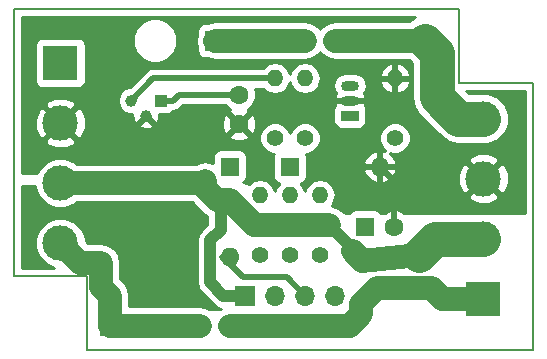
<source format=gbl>
G04 #@! TF.FileFunction,Copper,L2,Bot,Signal*
%FSLAX46Y46*%
G04 Gerber Fmt 4.6, Leading zero omitted, Abs format (unit mm)*
G04 Created by KiCad (PCBNEW 4.0.7) date 08/08/18 22:55:19*
%MOMM*%
%LPD*%
G01*
G04 APERTURE LIST*
%ADD10C,0.100000*%
%ADD11C,0.150000*%
%ADD12R,1.600000X1.600000*%
%ADD13C,1.600000*%
%ADD14C,1.000000*%
%ADD15R,1.000000X1.000000*%
%ADD16C,3.000000*%
%ADD17R,3.000000X3.000000*%
%ADD18O,1.600000X1.600000*%
%ADD19O,1.500000X0.900000*%
%ADD20R,1.500000X0.900000*%
%ADD21R,1.700000X1.700000*%
%ADD22O,1.700000X1.700000*%
%ADD23C,1.400000*%
%ADD24O,1.400000X1.400000*%
%ADD25C,2.000000*%
%ADD26C,0.500000*%
%ADD27C,3.000000*%
%ADD28C,1.000000*%
%ADD29C,0.254000*%
G04 APERTURE END LIST*
D10*
D11*
X140462000Y-106299000D02*
X140462000Y-83693000D01*
X146685000Y-106299000D02*
X140462000Y-106299000D01*
X146685000Y-112522000D02*
X146685000Y-106299000D01*
X184404000Y-112522000D02*
X146685000Y-112522000D01*
X184404000Y-89916000D02*
X184404000Y-112522000D01*
X178181000Y-89916000D02*
X184404000Y-89916000D01*
X178181000Y-83693000D02*
X178181000Y-89916000D01*
X140462000Y-83693000D02*
X178181000Y-83693000D01*
D12*
X170180000Y-102108000D03*
D13*
X172680000Y-102108000D03*
D14*
X151638000Y-92710000D03*
X150368000Y-91440000D03*
D15*
X152908000Y-91440000D03*
D16*
X144399000Y-93345000D03*
X144399000Y-98425000D03*
D17*
X144399000Y-88265000D03*
D16*
X144399000Y-103505000D03*
D13*
X159512000Y-90932000D03*
X159512000Y-93432000D03*
D12*
X163830000Y-97028000D03*
D18*
X171450000Y-97028000D03*
D12*
X158750000Y-97028000D03*
D18*
X158750000Y-104648000D03*
D16*
X180213000Y-103124000D03*
X180213000Y-98044000D03*
D17*
X180213000Y-108204000D03*
D16*
X180213000Y-92964000D03*
D19*
X168910000Y-91440000D03*
X168910000Y-90170000D03*
D20*
X168910000Y-92710000D03*
D21*
X157480000Y-86360000D03*
D22*
X160020000Y-86360000D03*
X162560000Y-86360000D03*
X165100000Y-86360000D03*
X167640000Y-86360000D03*
X170180000Y-86360000D03*
X172720000Y-86360000D03*
X175260000Y-86360000D03*
D21*
X148590000Y-110490000D03*
D22*
X151130000Y-110490000D03*
X153670000Y-110490000D03*
X156210000Y-110490000D03*
X158750000Y-110490000D03*
X161290000Y-110490000D03*
X163830000Y-110490000D03*
X166370000Y-110490000D03*
D21*
X160020000Y-107950000D03*
D22*
X162560000Y-107950000D03*
X165100000Y-107950000D03*
X167640000Y-107950000D03*
D23*
X166370000Y-104521000D03*
D24*
X166370000Y-99441000D03*
D23*
X172720000Y-94615000D03*
D24*
X172720000Y-89535000D03*
D23*
X163830000Y-104521000D03*
D24*
X163830000Y-99441000D03*
D23*
X165100000Y-94615000D03*
D24*
X165100000Y-89535000D03*
D23*
X161290000Y-104521000D03*
D24*
X161290000Y-99441000D03*
D23*
X162560000Y-94615000D03*
D24*
X162560000Y-89535000D03*
D14*
X152654000Y-104190800D03*
X152654000Y-100609400D03*
X154330400Y-102412800D03*
X151003000Y-102438200D03*
X152640000Y-102390000D03*
X150940000Y-100640000D03*
X154340000Y-100640000D03*
X154340000Y-104190000D03*
X150940000Y-104140000D03*
D25*
X160020000Y-86360000D02*
X157480000Y-86360000D01*
X162560000Y-86360000D02*
X160020000Y-86360000D01*
X165100000Y-86360000D02*
X162560000Y-86360000D01*
D26*
X172680000Y-102108000D02*
X172680000Y-98258000D01*
X172680000Y-98258000D02*
X171450000Y-97028000D01*
X165100000Y-107950000D02*
X163549990Y-106399990D01*
X163549990Y-106399990D02*
X159866990Y-106399990D01*
X159866990Y-106399990D02*
X158914999Y-105447999D01*
X158914999Y-105447999D02*
X158115000Y-104648000D01*
D27*
X176276000Y-91148320D02*
X176276000Y-87376000D01*
X176276000Y-87376000D02*
X175260000Y-86360000D01*
X180213000Y-92964000D02*
X178091680Y-92964000D01*
X178091680Y-92964000D02*
X176276000Y-91148320D01*
D25*
X170180000Y-86360000D02*
X167640000Y-86360000D01*
X172720000Y-86360000D02*
X170180000Y-86360000D01*
X175260000Y-86360000D02*
X172720000Y-86360000D01*
D26*
X150368000Y-91440000D02*
X152273000Y-89535000D01*
X152273000Y-89535000D02*
X162560000Y-89535000D01*
X159512000Y-90932000D02*
X154432000Y-90932000D01*
X154432000Y-90932000D02*
X153924000Y-91440000D01*
X153924000Y-91440000D02*
X152908000Y-91440000D01*
D25*
X161290000Y-110490000D02*
X158750000Y-110490000D01*
X163830000Y-110490000D02*
X161290000Y-110490000D01*
X166370000Y-110490000D02*
X163830000Y-110490000D01*
X166370000Y-110490000D02*
X168910000Y-110490000D01*
X168910000Y-110490000D02*
X169849959Y-109550041D01*
X169849959Y-109550041D02*
X169849959Y-108638619D01*
X169849959Y-108638619D02*
X171175959Y-107312619D01*
X171175959Y-107312619D02*
X175821619Y-107312619D01*
X175821619Y-107312619D02*
X176713000Y-108204000D01*
X176713000Y-108204000D02*
X180213000Y-108204000D01*
X167132000Y-101941001D02*
X160829999Y-101941001D01*
D28*
X157972002Y-102377998D02*
X157972002Y-100190004D01*
X157972002Y-100190004D02*
X157643000Y-99861002D01*
D25*
X156649999Y-98229999D02*
X156454998Y-98425000D01*
X156454998Y-98425000D02*
X144399000Y-98425000D01*
X156649999Y-98868001D02*
X156649999Y-98229999D01*
X158750000Y-99861002D02*
X157643000Y-99861002D01*
D28*
X169164000Y-103973001D02*
X167132000Y-101941001D01*
X169164000Y-104208001D02*
X169164000Y-103973001D01*
D25*
X169164000Y-104208001D02*
X169968608Y-105012609D01*
D27*
X176140609Y-103124000D02*
X174752000Y-104512609D01*
X180213000Y-103124000D02*
X176140609Y-103124000D01*
D25*
X169968608Y-105012609D02*
X174752000Y-104512609D01*
X160829999Y-101941001D02*
X158750000Y-99861002D01*
X157643000Y-99861002D02*
X156649999Y-98868001D01*
D28*
X160020000Y-107950000D02*
X158170000Y-107950000D01*
X158170000Y-107950000D02*
X157064991Y-106844991D01*
X157064991Y-106844991D02*
X157064991Y-103285009D01*
X157064991Y-103285009D02*
X157972002Y-102377998D01*
X157972002Y-102377998D02*
X157972002Y-101941001D01*
D25*
X147828000Y-107188000D02*
X147828000Y-105156000D01*
X147828000Y-105156000D02*
X146050000Y-105156000D01*
X146050000Y-105156000D02*
X144399000Y-103505000D01*
X148590000Y-110490000D02*
X148590000Y-107950000D01*
X148590000Y-107950000D02*
X147828000Y-107188000D01*
X151130000Y-110490000D02*
X148590000Y-110490000D01*
X153670000Y-110490000D02*
X151130000Y-110490000D01*
X156210000Y-110490000D02*
X153670000Y-110490000D01*
D29*
G36*
X173937892Y-84725000D02*
X167640000Y-84725000D01*
X167014313Y-84849457D01*
X166483880Y-85203880D01*
X166370000Y-85374314D01*
X166256120Y-85203880D01*
X165725687Y-84849457D01*
X165100000Y-84725000D01*
X157480000Y-84725000D01*
X156854313Y-84849457D01*
X156834703Y-84862560D01*
X156630000Y-84862560D01*
X156394683Y-84906838D01*
X156178559Y-85045910D01*
X156033569Y-85258110D01*
X155982560Y-85510000D01*
X155982560Y-85714703D01*
X155969457Y-85734313D01*
X155845000Y-86360000D01*
X155969457Y-86985687D01*
X155982560Y-87005297D01*
X155982560Y-87210000D01*
X156026838Y-87445317D01*
X156165910Y-87661441D01*
X156378110Y-87806431D01*
X156630000Y-87857440D01*
X156834703Y-87857440D01*
X156854313Y-87870543D01*
X157480000Y-87995000D01*
X165100000Y-87995000D01*
X165725687Y-87870543D01*
X166256120Y-87516120D01*
X166370000Y-87345686D01*
X166483880Y-87516120D01*
X167014313Y-87870543D01*
X167640000Y-87995000D01*
X173875654Y-87995000D01*
X174141000Y-88260346D01*
X174141000Y-91148320D01*
X174303517Y-91965349D01*
X174766327Y-92657993D01*
X176582007Y-94473673D01*
X177274650Y-94936483D01*
X178091680Y-95099000D01*
X180212282Y-95099000D01*
X180635815Y-95099370D01*
X181420800Y-94775020D01*
X182021909Y-94174959D01*
X182347628Y-93390541D01*
X182348370Y-92541185D01*
X182024020Y-91756200D01*
X181423959Y-91155091D01*
X180639541Y-90829372D01*
X179790185Y-90828630D01*
X179789290Y-90829000D01*
X178976026Y-90829000D01*
X178773026Y-90626000D01*
X183694000Y-90626000D01*
X183694000Y-100965000D01*
X173467399Y-100965000D01*
X173434005Y-100854136D01*
X172896777Y-100661035D01*
X172326546Y-100688222D01*
X171925995Y-100854136D01*
X171892601Y-100965000D01*
X171513870Y-100965000D01*
X171444090Y-100856559D01*
X171231890Y-100711569D01*
X170980000Y-100660560D01*
X169380000Y-100660560D01*
X169144683Y-100704838D01*
X168928559Y-100843910D01*
X168845822Y-100965000D01*
X168674444Y-100965000D01*
X168342704Y-100866572D01*
X168288120Y-100784881D01*
X167757687Y-100430458D01*
X167354649Y-100350289D01*
X167603379Y-99978036D01*
X167686935Y-99557970D01*
X178878635Y-99557970D01*
X179038418Y-99876739D01*
X179829187Y-100186723D01*
X180678387Y-100170497D01*
X181387582Y-99876739D01*
X181547365Y-99557970D01*
X180213000Y-98223605D01*
X178878635Y-99557970D01*
X167686935Y-99557970D01*
X167705000Y-99467154D01*
X167705000Y-99414846D01*
X167603379Y-98903964D01*
X167313988Y-98470858D01*
X166880882Y-98181467D01*
X166370000Y-98079846D01*
X165859118Y-98181467D01*
X165426012Y-98470858D01*
X165136621Y-98903964D01*
X165100000Y-99088070D01*
X165063379Y-98903964D01*
X164773988Y-98470858D01*
X164747700Y-98453293D01*
X164865317Y-98431162D01*
X165081441Y-98292090D01*
X165226431Y-98079890D01*
X165277440Y-97828000D01*
X165277440Y-97377039D01*
X170058096Y-97377039D01*
X170218959Y-97765423D01*
X170594866Y-98180389D01*
X171100959Y-98419914D01*
X171323000Y-98298629D01*
X171323000Y-97155000D01*
X171577000Y-97155000D01*
X171577000Y-98298629D01*
X171799041Y-98419914D01*
X172305134Y-98180389D01*
X172681041Y-97765423D01*
X172724628Y-97660187D01*
X178070277Y-97660187D01*
X178086503Y-98509387D01*
X178380261Y-99218582D01*
X178699030Y-99378365D01*
X180033395Y-98044000D01*
X180392605Y-98044000D01*
X181726970Y-99378365D01*
X182045739Y-99218582D01*
X182355723Y-98427813D01*
X182339497Y-97578613D01*
X182045739Y-96869418D01*
X181726970Y-96709635D01*
X180392605Y-98044000D01*
X180033395Y-98044000D01*
X178699030Y-96709635D01*
X178380261Y-96869418D01*
X178070277Y-97660187D01*
X172724628Y-97660187D01*
X172841904Y-97377039D01*
X172719915Y-97155000D01*
X171577000Y-97155000D01*
X171323000Y-97155000D01*
X170180085Y-97155000D01*
X170058096Y-97377039D01*
X165277440Y-97377039D01*
X165277440Y-96678961D01*
X170058096Y-96678961D01*
X170180085Y-96901000D01*
X171323000Y-96901000D01*
X171323000Y-95757371D01*
X171100959Y-95636086D01*
X170594866Y-95875611D01*
X170218959Y-96290577D01*
X170058096Y-96678961D01*
X165277440Y-96678961D01*
X165277440Y-96228000D01*
X165233162Y-95992683D01*
X165205756Y-95950093D01*
X165364383Y-95950231D01*
X165855229Y-95747418D01*
X166231098Y-95372204D01*
X166434768Y-94881713D01*
X166434770Y-94879383D01*
X171384769Y-94879383D01*
X171587582Y-95370229D01*
X171901279Y-95684473D01*
X171799041Y-95636086D01*
X171577000Y-95757371D01*
X171577000Y-96901000D01*
X172719915Y-96901000D01*
X172841904Y-96678961D01*
X172780219Y-96530030D01*
X178878635Y-96530030D01*
X180213000Y-97864395D01*
X181547365Y-96530030D01*
X181387582Y-96211261D01*
X180596813Y-95901277D01*
X179747613Y-95917503D01*
X179038418Y-96211261D01*
X178878635Y-96530030D01*
X172780219Y-96530030D01*
X172681041Y-96290577D01*
X172323486Y-95895870D01*
X172453287Y-95949768D01*
X172984383Y-95950231D01*
X173475229Y-95747418D01*
X173851098Y-95372204D01*
X174054768Y-94881713D01*
X174055231Y-94350617D01*
X173852418Y-93859771D01*
X173477204Y-93483902D01*
X172986713Y-93280232D01*
X172455617Y-93279769D01*
X171964771Y-93482582D01*
X171588902Y-93857796D01*
X171385232Y-94348287D01*
X171384769Y-94879383D01*
X166434770Y-94879383D01*
X166435231Y-94350617D01*
X166232418Y-93859771D01*
X165857204Y-93483902D01*
X165366713Y-93280232D01*
X164835617Y-93279769D01*
X164344771Y-93482582D01*
X163968902Y-93857796D01*
X163829909Y-94192527D01*
X163692418Y-93859771D01*
X163317204Y-93483902D01*
X162826713Y-93280232D01*
X162295617Y-93279769D01*
X161804771Y-93482582D01*
X161428902Y-93857796D01*
X161225232Y-94348287D01*
X161224769Y-94879383D01*
X161427582Y-95370229D01*
X161802796Y-95746098D01*
X162293287Y-95949768D01*
X162451473Y-95949906D01*
X162433569Y-95976110D01*
X162382560Y-96228000D01*
X162382560Y-97828000D01*
X162426838Y-98063317D01*
X162565910Y-98279441D01*
X162778110Y-98424431D01*
X162914239Y-98451998D01*
X162886012Y-98470858D01*
X162596621Y-98903964D01*
X162560000Y-99088070D01*
X162523379Y-98903964D01*
X162233988Y-98470858D01*
X161800882Y-98181467D01*
X161290000Y-98079846D01*
X160779118Y-98181467D01*
X160346012Y-98470858D01*
X160333148Y-98490110D01*
X159895503Y-98360259D01*
X160001441Y-98292090D01*
X160146431Y-98079890D01*
X160197440Y-97828000D01*
X160197440Y-96228000D01*
X160153162Y-95992683D01*
X160014090Y-95776559D01*
X159801890Y-95631569D01*
X159550000Y-95580560D01*
X157950000Y-95580560D01*
X157714683Y-95624838D01*
X157498559Y-95763910D01*
X157353569Y-95976110D01*
X157302560Y-96228000D01*
X157302560Y-96737412D01*
X157275687Y-96719456D01*
X156649999Y-96594998D01*
X156024311Y-96719456D01*
X155918734Y-96790000D01*
X145783565Y-96790000D01*
X145609959Y-96616091D01*
X144825541Y-96290372D01*
X143976185Y-96289630D01*
X143191200Y-96613980D01*
X142590091Y-97214041D01*
X142456402Y-97536000D01*
X141172000Y-97536000D01*
X141172000Y-94858970D01*
X143064635Y-94858970D01*
X143224418Y-95177739D01*
X144015187Y-95487723D01*
X144864387Y-95471497D01*
X145573582Y-95177739D01*
X145733365Y-94858970D01*
X144399000Y-93524605D01*
X143064635Y-94858970D01*
X141172000Y-94858970D01*
X141172000Y-92961187D01*
X142256277Y-92961187D01*
X142272503Y-93810387D01*
X142566261Y-94519582D01*
X142885030Y-94679365D01*
X144219395Y-93345000D01*
X144578605Y-93345000D01*
X145912970Y-94679365D01*
X146231739Y-94519582D01*
X146263035Y-94439745D01*
X158683861Y-94439745D01*
X158757995Y-94685864D01*
X159295223Y-94878965D01*
X159865454Y-94851778D01*
X160266005Y-94685864D01*
X160340139Y-94439745D01*
X159512000Y-93611605D01*
X158683861Y-94439745D01*
X146263035Y-94439745D01*
X146541723Y-93728813D01*
X146537353Y-93500104D01*
X151027501Y-93500104D01*
X151064648Y-93715217D01*
X151492972Y-93858112D01*
X151943375Y-93826217D01*
X152211352Y-93715217D01*
X152248499Y-93500104D01*
X151638000Y-92889605D01*
X151027501Y-93500104D01*
X146537353Y-93500104D01*
X146525497Y-92879613D01*
X146231739Y-92170418D01*
X145912970Y-92010635D01*
X144578605Y-93345000D01*
X144219395Y-93345000D01*
X142885030Y-92010635D01*
X142566261Y-92170418D01*
X142256277Y-92961187D01*
X141172000Y-92961187D01*
X141172000Y-91831030D01*
X143064635Y-91831030D01*
X144399000Y-93165395D01*
X145733365Y-91831030D01*
X145650030Y-91664775D01*
X149232803Y-91664775D01*
X149405233Y-92082086D01*
X149724235Y-92401645D01*
X150141244Y-92574803D01*
X150490606Y-92575108D01*
X150521783Y-93015375D01*
X150632783Y-93283352D01*
X150847896Y-93320499D01*
X151458395Y-92710000D01*
X151444253Y-92695858D01*
X151623858Y-92516253D01*
X151638000Y-92530395D01*
X151652143Y-92516253D01*
X151831748Y-92695858D01*
X151817605Y-92710000D01*
X152428104Y-93320499D01*
X152643217Y-93283352D01*
X152665945Y-93215223D01*
X158065035Y-93215223D01*
X158092222Y-93785454D01*
X158258136Y-94186005D01*
X158504255Y-94260139D01*
X159332395Y-93432000D01*
X159691605Y-93432000D01*
X160519745Y-94260139D01*
X160765864Y-94186005D01*
X160958965Y-93648777D01*
X160931778Y-93078546D01*
X160765864Y-92677995D01*
X160519745Y-92603861D01*
X159691605Y-93432000D01*
X159332395Y-93432000D01*
X158504255Y-92603861D01*
X158258136Y-92677995D01*
X158065035Y-93215223D01*
X152665945Y-93215223D01*
X152786112Y-92855028D01*
X152767163Y-92587440D01*
X153408000Y-92587440D01*
X153643317Y-92543162D01*
X153859441Y-92404090D01*
X153913481Y-92325000D01*
X153923995Y-92325000D01*
X153924000Y-92325001D01*
X154250775Y-92260000D01*
X154262675Y-92257633D01*
X154549790Y-92065790D01*
X154798580Y-91817000D01*
X158367829Y-91817000D01*
X158698077Y-92147824D01*
X158764544Y-92175423D01*
X158757995Y-92178136D01*
X158683861Y-92424255D01*
X159512000Y-93252395D01*
X160340139Y-92424255D01*
X160290664Y-92260000D01*
X167512560Y-92260000D01*
X167512560Y-93160000D01*
X167556838Y-93395317D01*
X167695910Y-93611441D01*
X167908110Y-93756431D01*
X168160000Y-93807440D01*
X169660000Y-93807440D01*
X169895317Y-93763162D01*
X170111441Y-93624090D01*
X170256431Y-93411890D01*
X170307440Y-93160000D01*
X170307440Y-92260000D01*
X170263162Y-92024683D01*
X170177442Y-91891471D01*
X170254408Y-91734001D01*
X170127502Y-91567000D01*
X169037000Y-91567000D01*
X169037000Y-91587000D01*
X168783000Y-91587000D01*
X168783000Y-91567000D01*
X167692498Y-91567000D01*
X167565592Y-91734001D01*
X167642853Y-91892075D01*
X167563569Y-92008110D01*
X167512560Y-92260000D01*
X160290664Y-92260000D01*
X160266005Y-92178136D01*
X160259517Y-92175804D01*
X160323800Y-92149243D01*
X160727824Y-91745923D01*
X160946750Y-91218691D01*
X160947248Y-90647813D01*
X160853118Y-90420000D01*
X161559122Y-90420000D01*
X161616012Y-90505142D01*
X162049118Y-90794533D01*
X162560000Y-90896154D01*
X163070882Y-90794533D01*
X163503988Y-90505142D01*
X163793379Y-90072036D01*
X163830000Y-89887930D01*
X163866621Y-90072036D01*
X164156012Y-90505142D01*
X164589118Y-90794533D01*
X165100000Y-90896154D01*
X165610882Y-90794533D01*
X166043988Y-90505142D01*
X166267921Y-90170000D01*
X167497866Y-90170000D01*
X167580457Y-90585212D01*
X167730170Y-90809274D01*
X167565592Y-91145999D01*
X167692498Y-91313000D01*
X168783000Y-91313000D01*
X168783000Y-91293000D01*
X169037000Y-91293000D01*
X169037000Y-91313000D01*
X170127502Y-91313000D01*
X170254408Y-91145999D01*
X170089830Y-90809274D01*
X170239543Y-90585212D01*
X170322134Y-90170000D01*
X170262129Y-89868331D01*
X171427273Y-89868331D01*
X171653236Y-90337663D01*
X172041604Y-90684797D01*
X172386671Y-90827716D01*
X172593000Y-90704374D01*
X172593000Y-89662000D01*
X172847000Y-89662000D01*
X172847000Y-90704374D01*
X173053329Y-90827716D01*
X173398396Y-90684797D01*
X173786764Y-90337663D01*
X174012727Y-89868331D01*
X173890206Y-89662000D01*
X172847000Y-89662000D01*
X172593000Y-89662000D01*
X171549794Y-89662000D01*
X171427273Y-89868331D01*
X170262129Y-89868331D01*
X170239543Y-89754788D01*
X170004345Y-89402789D01*
X169703348Y-89201669D01*
X171427273Y-89201669D01*
X171549794Y-89408000D01*
X172593000Y-89408000D01*
X172593000Y-88365626D01*
X172847000Y-88365626D01*
X172847000Y-89408000D01*
X173890206Y-89408000D01*
X174012727Y-89201669D01*
X173786764Y-88732337D01*
X173398396Y-88385203D01*
X173053329Y-88242284D01*
X172847000Y-88365626D01*
X172593000Y-88365626D01*
X172386671Y-88242284D01*
X172041604Y-88385203D01*
X171653236Y-88732337D01*
X171427273Y-89201669D01*
X169703348Y-89201669D01*
X169652346Y-89167591D01*
X169237134Y-89085000D01*
X168582866Y-89085000D01*
X168167654Y-89167591D01*
X167815655Y-89402789D01*
X167580457Y-89754788D01*
X167497866Y-90170000D01*
X166267921Y-90170000D01*
X166333379Y-90072036D01*
X166435000Y-89561154D01*
X166435000Y-89508846D01*
X166333379Y-88997964D01*
X166043988Y-88564858D01*
X165610882Y-88275467D01*
X165100000Y-88173846D01*
X164589118Y-88275467D01*
X164156012Y-88564858D01*
X163866621Y-88997964D01*
X163830000Y-89182070D01*
X163793379Y-88997964D01*
X163503988Y-88564858D01*
X163070882Y-88275467D01*
X162560000Y-88173846D01*
X162049118Y-88275467D01*
X161616012Y-88564858D01*
X161559122Y-88650000D01*
X152273005Y-88650000D01*
X152273000Y-88649999D01*
X151990516Y-88706190D01*
X151934325Y-88717367D01*
X151647210Y-88909210D01*
X151647208Y-88909213D01*
X150251523Y-90304897D01*
X150143225Y-90304803D01*
X149725914Y-90477233D01*
X149406355Y-90796235D01*
X149233197Y-91213244D01*
X149232803Y-91664775D01*
X145650030Y-91664775D01*
X145573582Y-91512261D01*
X144782813Y-91202277D01*
X143933613Y-91218503D01*
X143224418Y-91512261D01*
X143064635Y-91831030D01*
X141172000Y-91831030D01*
X141172000Y-86765000D01*
X142251560Y-86765000D01*
X142251560Y-89765000D01*
X142295838Y-90000317D01*
X142434910Y-90216441D01*
X142647110Y-90361431D01*
X142899000Y-90412440D01*
X145899000Y-90412440D01*
X146134317Y-90368162D01*
X146350441Y-90229090D01*
X146495431Y-90016890D01*
X146546440Y-89765000D01*
X146546440Y-86765000D01*
X146539999Y-86730765D01*
X150519754Y-86730765D01*
X150806123Y-87423832D01*
X151335919Y-87954553D01*
X152028485Y-88242132D01*
X152778385Y-88242786D01*
X153471452Y-87956417D01*
X154002173Y-87426621D01*
X154289752Y-86734055D01*
X154290406Y-85984155D01*
X154004037Y-85291088D01*
X153474241Y-84760367D01*
X152781675Y-84472788D01*
X152031775Y-84472134D01*
X151338708Y-84758503D01*
X150807987Y-85288299D01*
X150520408Y-85980865D01*
X150519754Y-86730765D01*
X146539999Y-86730765D01*
X146502162Y-86529683D01*
X146363090Y-86313559D01*
X146150890Y-86168569D01*
X145899000Y-86117560D01*
X142899000Y-86117560D01*
X142663683Y-86161838D01*
X142447559Y-86300910D01*
X142302569Y-86513110D01*
X142251560Y-86765000D01*
X141172000Y-86765000D01*
X141172000Y-84403000D01*
X174419799Y-84403000D01*
X173937892Y-84725000D01*
X173937892Y-84725000D01*
G37*
X173937892Y-84725000D02*
X167640000Y-84725000D01*
X167014313Y-84849457D01*
X166483880Y-85203880D01*
X166370000Y-85374314D01*
X166256120Y-85203880D01*
X165725687Y-84849457D01*
X165100000Y-84725000D01*
X157480000Y-84725000D01*
X156854313Y-84849457D01*
X156834703Y-84862560D01*
X156630000Y-84862560D01*
X156394683Y-84906838D01*
X156178559Y-85045910D01*
X156033569Y-85258110D01*
X155982560Y-85510000D01*
X155982560Y-85714703D01*
X155969457Y-85734313D01*
X155845000Y-86360000D01*
X155969457Y-86985687D01*
X155982560Y-87005297D01*
X155982560Y-87210000D01*
X156026838Y-87445317D01*
X156165910Y-87661441D01*
X156378110Y-87806431D01*
X156630000Y-87857440D01*
X156834703Y-87857440D01*
X156854313Y-87870543D01*
X157480000Y-87995000D01*
X165100000Y-87995000D01*
X165725687Y-87870543D01*
X166256120Y-87516120D01*
X166370000Y-87345686D01*
X166483880Y-87516120D01*
X167014313Y-87870543D01*
X167640000Y-87995000D01*
X173875654Y-87995000D01*
X174141000Y-88260346D01*
X174141000Y-91148320D01*
X174303517Y-91965349D01*
X174766327Y-92657993D01*
X176582007Y-94473673D01*
X177274650Y-94936483D01*
X178091680Y-95099000D01*
X180212282Y-95099000D01*
X180635815Y-95099370D01*
X181420800Y-94775020D01*
X182021909Y-94174959D01*
X182347628Y-93390541D01*
X182348370Y-92541185D01*
X182024020Y-91756200D01*
X181423959Y-91155091D01*
X180639541Y-90829372D01*
X179790185Y-90828630D01*
X179789290Y-90829000D01*
X178976026Y-90829000D01*
X178773026Y-90626000D01*
X183694000Y-90626000D01*
X183694000Y-100965000D01*
X173467399Y-100965000D01*
X173434005Y-100854136D01*
X172896777Y-100661035D01*
X172326546Y-100688222D01*
X171925995Y-100854136D01*
X171892601Y-100965000D01*
X171513870Y-100965000D01*
X171444090Y-100856559D01*
X171231890Y-100711569D01*
X170980000Y-100660560D01*
X169380000Y-100660560D01*
X169144683Y-100704838D01*
X168928559Y-100843910D01*
X168845822Y-100965000D01*
X168674444Y-100965000D01*
X168342704Y-100866572D01*
X168288120Y-100784881D01*
X167757687Y-100430458D01*
X167354649Y-100350289D01*
X167603379Y-99978036D01*
X167686935Y-99557970D01*
X178878635Y-99557970D01*
X179038418Y-99876739D01*
X179829187Y-100186723D01*
X180678387Y-100170497D01*
X181387582Y-99876739D01*
X181547365Y-99557970D01*
X180213000Y-98223605D01*
X178878635Y-99557970D01*
X167686935Y-99557970D01*
X167705000Y-99467154D01*
X167705000Y-99414846D01*
X167603379Y-98903964D01*
X167313988Y-98470858D01*
X166880882Y-98181467D01*
X166370000Y-98079846D01*
X165859118Y-98181467D01*
X165426012Y-98470858D01*
X165136621Y-98903964D01*
X165100000Y-99088070D01*
X165063379Y-98903964D01*
X164773988Y-98470858D01*
X164747700Y-98453293D01*
X164865317Y-98431162D01*
X165081441Y-98292090D01*
X165226431Y-98079890D01*
X165277440Y-97828000D01*
X165277440Y-97377039D01*
X170058096Y-97377039D01*
X170218959Y-97765423D01*
X170594866Y-98180389D01*
X171100959Y-98419914D01*
X171323000Y-98298629D01*
X171323000Y-97155000D01*
X171577000Y-97155000D01*
X171577000Y-98298629D01*
X171799041Y-98419914D01*
X172305134Y-98180389D01*
X172681041Y-97765423D01*
X172724628Y-97660187D01*
X178070277Y-97660187D01*
X178086503Y-98509387D01*
X178380261Y-99218582D01*
X178699030Y-99378365D01*
X180033395Y-98044000D01*
X180392605Y-98044000D01*
X181726970Y-99378365D01*
X182045739Y-99218582D01*
X182355723Y-98427813D01*
X182339497Y-97578613D01*
X182045739Y-96869418D01*
X181726970Y-96709635D01*
X180392605Y-98044000D01*
X180033395Y-98044000D01*
X178699030Y-96709635D01*
X178380261Y-96869418D01*
X178070277Y-97660187D01*
X172724628Y-97660187D01*
X172841904Y-97377039D01*
X172719915Y-97155000D01*
X171577000Y-97155000D01*
X171323000Y-97155000D01*
X170180085Y-97155000D01*
X170058096Y-97377039D01*
X165277440Y-97377039D01*
X165277440Y-96678961D01*
X170058096Y-96678961D01*
X170180085Y-96901000D01*
X171323000Y-96901000D01*
X171323000Y-95757371D01*
X171100959Y-95636086D01*
X170594866Y-95875611D01*
X170218959Y-96290577D01*
X170058096Y-96678961D01*
X165277440Y-96678961D01*
X165277440Y-96228000D01*
X165233162Y-95992683D01*
X165205756Y-95950093D01*
X165364383Y-95950231D01*
X165855229Y-95747418D01*
X166231098Y-95372204D01*
X166434768Y-94881713D01*
X166434770Y-94879383D01*
X171384769Y-94879383D01*
X171587582Y-95370229D01*
X171901279Y-95684473D01*
X171799041Y-95636086D01*
X171577000Y-95757371D01*
X171577000Y-96901000D01*
X172719915Y-96901000D01*
X172841904Y-96678961D01*
X172780219Y-96530030D01*
X178878635Y-96530030D01*
X180213000Y-97864395D01*
X181547365Y-96530030D01*
X181387582Y-96211261D01*
X180596813Y-95901277D01*
X179747613Y-95917503D01*
X179038418Y-96211261D01*
X178878635Y-96530030D01*
X172780219Y-96530030D01*
X172681041Y-96290577D01*
X172323486Y-95895870D01*
X172453287Y-95949768D01*
X172984383Y-95950231D01*
X173475229Y-95747418D01*
X173851098Y-95372204D01*
X174054768Y-94881713D01*
X174055231Y-94350617D01*
X173852418Y-93859771D01*
X173477204Y-93483902D01*
X172986713Y-93280232D01*
X172455617Y-93279769D01*
X171964771Y-93482582D01*
X171588902Y-93857796D01*
X171385232Y-94348287D01*
X171384769Y-94879383D01*
X166434770Y-94879383D01*
X166435231Y-94350617D01*
X166232418Y-93859771D01*
X165857204Y-93483902D01*
X165366713Y-93280232D01*
X164835617Y-93279769D01*
X164344771Y-93482582D01*
X163968902Y-93857796D01*
X163829909Y-94192527D01*
X163692418Y-93859771D01*
X163317204Y-93483902D01*
X162826713Y-93280232D01*
X162295617Y-93279769D01*
X161804771Y-93482582D01*
X161428902Y-93857796D01*
X161225232Y-94348287D01*
X161224769Y-94879383D01*
X161427582Y-95370229D01*
X161802796Y-95746098D01*
X162293287Y-95949768D01*
X162451473Y-95949906D01*
X162433569Y-95976110D01*
X162382560Y-96228000D01*
X162382560Y-97828000D01*
X162426838Y-98063317D01*
X162565910Y-98279441D01*
X162778110Y-98424431D01*
X162914239Y-98451998D01*
X162886012Y-98470858D01*
X162596621Y-98903964D01*
X162560000Y-99088070D01*
X162523379Y-98903964D01*
X162233988Y-98470858D01*
X161800882Y-98181467D01*
X161290000Y-98079846D01*
X160779118Y-98181467D01*
X160346012Y-98470858D01*
X160333148Y-98490110D01*
X159895503Y-98360259D01*
X160001441Y-98292090D01*
X160146431Y-98079890D01*
X160197440Y-97828000D01*
X160197440Y-96228000D01*
X160153162Y-95992683D01*
X160014090Y-95776559D01*
X159801890Y-95631569D01*
X159550000Y-95580560D01*
X157950000Y-95580560D01*
X157714683Y-95624838D01*
X157498559Y-95763910D01*
X157353569Y-95976110D01*
X157302560Y-96228000D01*
X157302560Y-96737412D01*
X157275687Y-96719456D01*
X156649999Y-96594998D01*
X156024311Y-96719456D01*
X155918734Y-96790000D01*
X145783565Y-96790000D01*
X145609959Y-96616091D01*
X144825541Y-96290372D01*
X143976185Y-96289630D01*
X143191200Y-96613980D01*
X142590091Y-97214041D01*
X142456402Y-97536000D01*
X141172000Y-97536000D01*
X141172000Y-94858970D01*
X143064635Y-94858970D01*
X143224418Y-95177739D01*
X144015187Y-95487723D01*
X144864387Y-95471497D01*
X145573582Y-95177739D01*
X145733365Y-94858970D01*
X144399000Y-93524605D01*
X143064635Y-94858970D01*
X141172000Y-94858970D01*
X141172000Y-92961187D01*
X142256277Y-92961187D01*
X142272503Y-93810387D01*
X142566261Y-94519582D01*
X142885030Y-94679365D01*
X144219395Y-93345000D01*
X144578605Y-93345000D01*
X145912970Y-94679365D01*
X146231739Y-94519582D01*
X146263035Y-94439745D01*
X158683861Y-94439745D01*
X158757995Y-94685864D01*
X159295223Y-94878965D01*
X159865454Y-94851778D01*
X160266005Y-94685864D01*
X160340139Y-94439745D01*
X159512000Y-93611605D01*
X158683861Y-94439745D01*
X146263035Y-94439745D01*
X146541723Y-93728813D01*
X146537353Y-93500104D01*
X151027501Y-93500104D01*
X151064648Y-93715217D01*
X151492972Y-93858112D01*
X151943375Y-93826217D01*
X152211352Y-93715217D01*
X152248499Y-93500104D01*
X151638000Y-92889605D01*
X151027501Y-93500104D01*
X146537353Y-93500104D01*
X146525497Y-92879613D01*
X146231739Y-92170418D01*
X145912970Y-92010635D01*
X144578605Y-93345000D01*
X144219395Y-93345000D01*
X142885030Y-92010635D01*
X142566261Y-92170418D01*
X142256277Y-92961187D01*
X141172000Y-92961187D01*
X141172000Y-91831030D01*
X143064635Y-91831030D01*
X144399000Y-93165395D01*
X145733365Y-91831030D01*
X145650030Y-91664775D01*
X149232803Y-91664775D01*
X149405233Y-92082086D01*
X149724235Y-92401645D01*
X150141244Y-92574803D01*
X150490606Y-92575108D01*
X150521783Y-93015375D01*
X150632783Y-93283352D01*
X150847896Y-93320499D01*
X151458395Y-92710000D01*
X151444253Y-92695858D01*
X151623858Y-92516253D01*
X151638000Y-92530395D01*
X151652143Y-92516253D01*
X151831748Y-92695858D01*
X151817605Y-92710000D01*
X152428104Y-93320499D01*
X152643217Y-93283352D01*
X152665945Y-93215223D01*
X158065035Y-93215223D01*
X158092222Y-93785454D01*
X158258136Y-94186005D01*
X158504255Y-94260139D01*
X159332395Y-93432000D01*
X159691605Y-93432000D01*
X160519745Y-94260139D01*
X160765864Y-94186005D01*
X160958965Y-93648777D01*
X160931778Y-93078546D01*
X160765864Y-92677995D01*
X160519745Y-92603861D01*
X159691605Y-93432000D01*
X159332395Y-93432000D01*
X158504255Y-92603861D01*
X158258136Y-92677995D01*
X158065035Y-93215223D01*
X152665945Y-93215223D01*
X152786112Y-92855028D01*
X152767163Y-92587440D01*
X153408000Y-92587440D01*
X153643317Y-92543162D01*
X153859441Y-92404090D01*
X153913481Y-92325000D01*
X153923995Y-92325000D01*
X153924000Y-92325001D01*
X154250775Y-92260000D01*
X154262675Y-92257633D01*
X154549790Y-92065790D01*
X154798580Y-91817000D01*
X158367829Y-91817000D01*
X158698077Y-92147824D01*
X158764544Y-92175423D01*
X158757995Y-92178136D01*
X158683861Y-92424255D01*
X159512000Y-93252395D01*
X160340139Y-92424255D01*
X160290664Y-92260000D01*
X167512560Y-92260000D01*
X167512560Y-93160000D01*
X167556838Y-93395317D01*
X167695910Y-93611441D01*
X167908110Y-93756431D01*
X168160000Y-93807440D01*
X169660000Y-93807440D01*
X169895317Y-93763162D01*
X170111441Y-93624090D01*
X170256431Y-93411890D01*
X170307440Y-93160000D01*
X170307440Y-92260000D01*
X170263162Y-92024683D01*
X170177442Y-91891471D01*
X170254408Y-91734001D01*
X170127502Y-91567000D01*
X169037000Y-91567000D01*
X169037000Y-91587000D01*
X168783000Y-91587000D01*
X168783000Y-91567000D01*
X167692498Y-91567000D01*
X167565592Y-91734001D01*
X167642853Y-91892075D01*
X167563569Y-92008110D01*
X167512560Y-92260000D01*
X160290664Y-92260000D01*
X160266005Y-92178136D01*
X160259517Y-92175804D01*
X160323800Y-92149243D01*
X160727824Y-91745923D01*
X160946750Y-91218691D01*
X160947248Y-90647813D01*
X160853118Y-90420000D01*
X161559122Y-90420000D01*
X161616012Y-90505142D01*
X162049118Y-90794533D01*
X162560000Y-90896154D01*
X163070882Y-90794533D01*
X163503988Y-90505142D01*
X163793379Y-90072036D01*
X163830000Y-89887930D01*
X163866621Y-90072036D01*
X164156012Y-90505142D01*
X164589118Y-90794533D01*
X165100000Y-90896154D01*
X165610882Y-90794533D01*
X166043988Y-90505142D01*
X166267921Y-90170000D01*
X167497866Y-90170000D01*
X167580457Y-90585212D01*
X167730170Y-90809274D01*
X167565592Y-91145999D01*
X167692498Y-91313000D01*
X168783000Y-91313000D01*
X168783000Y-91293000D01*
X169037000Y-91293000D01*
X169037000Y-91313000D01*
X170127502Y-91313000D01*
X170254408Y-91145999D01*
X170089830Y-90809274D01*
X170239543Y-90585212D01*
X170322134Y-90170000D01*
X170262129Y-89868331D01*
X171427273Y-89868331D01*
X171653236Y-90337663D01*
X172041604Y-90684797D01*
X172386671Y-90827716D01*
X172593000Y-90704374D01*
X172593000Y-89662000D01*
X172847000Y-89662000D01*
X172847000Y-90704374D01*
X173053329Y-90827716D01*
X173398396Y-90684797D01*
X173786764Y-90337663D01*
X174012727Y-89868331D01*
X173890206Y-89662000D01*
X172847000Y-89662000D01*
X172593000Y-89662000D01*
X171549794Y-89662000D01*
X171427273Y-89868331D01*
X170262129Y-89868331D01*
X170239543Y-89754788D01*
X170004345Y-89402789D01*
X169703348Y-89201669D01*
X171427273Y-89201669D01*
X171549794Y-89408000D01*
X172593000Y-89408000D01*
X172593000Y-88365626D01*
X172847000Y-88365626D01*
X172847000Y-89408000D01*
X173890206Y-89408000D01*
X174012727Y-89201669D01*
X173786764Y-88732337D01*
X173398396Y-88385203D01*
X173053329Y-88242284D01*
X172847000Y-88365626D01*
X172593000Y-88365626D01*
X172386671Y-88242284D01*
X172041604Y-88385203D01*
X171653236Y-88732337D01*
X171427273Y-89201669D01*
X169703348Y-89201669D01*
X169652346Y-89167591D01*
X169237134Y-89085000D01*
X168582866Y-89085000D01*
X168167654Y-89167591D01*
X167815655Y-89402789D01*
X167580457Y-89754788D01*
X167497866Y-90170000D01*
X166267921Y-90170000D01*
X166333379Y-90072036D01*
X166435000Y-89561154D01*
X166435000Y-89508846D01*
X166333379Y-88997964D01*
X166043988Y-88564858D01*
X165610882Y-88275467D01*
X165100000Y-88173846D01*
X164589118Y-88275467D01*
X164156012Y-88564858D01*
X163866621Y-88997964D01*
X163830000Y-89182070D01*
X163793379Y-88997964D01*
X163503988Y-88564858D01*
X163070882Y-88275467D01*
X162560000Y-88173846D01*
X162049118Y-88275467D01*
X161616012Y-88564858D01*
X161559122Y-88650000D01*
X152273005Y-88650000D01*
X152273000Y-88649999D01*
X151990516Y-88706190D01*
X151934325Y-88717367D01*
X151647210Y-88909210D01*
X151647208Y-88909213D01*
X150251523Y-90304897D01*
X150143225Y-90304803D01*
X149725914Y-90477233D01*
X149406355Y-90796235D01*
X149233197Y-91213244D01*
X149232803Y-91664775D01*
X145650030Y-91664775D01*
X145573582Y-91512261D01*
X144782813Y-91202277D01*
X143933613Y-91218503D01*
X143224418Y-91512261D01*
X143064635Y-91831030D01*
X141172000Y-91831030D01*
X141172000Y-86765000D01*
X142251560Y-86765000D01*
X142251560Y-89765000D01*
X142295838Y-90000317D01*
X142434910Y-90216441D01*
X142647110Y-90361431D01*
X142899000Y-90412440D01*
X145899000Y-90412440D01*
X146134317Y-90368162D01*
X146350441Y-90229090D01*
X146495431Y-90016890D01*
X146546440Y-89765000D01*
X146546440Y-86765000D01*
X146539999Y-86730765D01*
X150519754Y-86730765D01*
X150806123Y-87423832D01*
X151335919Y-87954553D01*
X152028485Y-88242132D01*
X152778385Y-88242786D01*
X153471452Y-87956417D01*
X154002173Y-87426621D01*
X154289752Y-86734055D01*
X154290406Y-85984155D01*
X154004037Y-85291088D01*
X153474241Y-84760367D01*
X152781675Y-84472788D01*
X152031775Y-84472134D01*
X151338708Y-84758503D01*
X150807987Y-85288299D01*
X150520408Y-85980865D01*
X150519754Y-86730765D01*
X146539999Y-86730765D01*
X146502162Y-86529683D01*
X146363090Y-86313559D01*
X146150890Y-86168569D01*
X145899000Y-86117560D01*
X142899000Y-86117560D01*
X142663683Y-86161838D01*
X142447559Y-86300910D01*
X142302569Y-86513110D01*
X142251560Y-86765000D01*
X141172000Y-86765000D01*
X141172000Y-84403000D01*
X174419799Y-84403000D01*
X173937892Y-84725000D01*
G36*
X142263630Y-98847815D02*
X142587980Y-99632800D01*
X143188041Y-100233909D01*
X143972459Y-100559628D01*
X144821815Y-100560370D01*
X145606800Y-100236020D01*
X145783127Y-100060000D01*
X155529758Y-100060000D01*
X156486878Y-101017119D01*
X156486880Y-101017122D01*
X156837002Y-101251065D01*
X156837002Y-101907866D01*
X156262425Y-102482443D01*
X156016388Y-102850663D01*
X155929991Y-103285009D01*
X155929991Y-106844991D01*
X156016388Y-107279337D01*
X156174290Y-107515654D01*
X156262425Y-107647557D01*
X157367434Y-108752566D01*
X157735654Y-108998603D01*
X158013073Y-109053785D01*
X157954383Y-109093000D01*
X157005617Y-109093000D01*
X156835687Y-108979457D01*
X156210000Y-108855000D01*
X150225000Y-108855000D01*
X150225000Y-107950005D01*
X150225001Y-107950000D01*
X150100543Y-107324313D01*
X150009462Y-107188000D01*
X149746120Y-106793880D01*
X149746117Y-106793878D01*
X149463000Y-106510761D01*
X149463000Y-105156000D01*
X149338543Y-104530313D01*
X148984120Y-103999880D01*
X148453687Y-103645457D01*
X147828000Y-103521000D01*
X146727239Y-103521000D01*
X146534155Y-103327916D01*
X146534370Y-103082185D01*
X146210020Y-102297200D01*
X145609959Y-101696091D01*
X144825541Y-101370372D01*
X143976185Y-101369630D01*
X143191200Y-101693980D01*
X142590091Y-102294041D01*
X142264372Y-103078459D01*
X142263630Y-103927815D01*
X142587980Y-104712800D01*
X143188041Y-105313909D01*
X143850533Y-105589000D01*
X141172000Y-105589000D01*
X141172000Y-98679000D01*
X142263777Y-98679000D01*
X142263630Y-98847815D01*
X142263630Y-98847815D01*
G37*
X142263630Y-98847815D02*
X142587980Y-99632800D01*
X143188041Y-100233909D01*
X143972459Y-100559628D01*
X144821815Y-100560370D01*
X145606800Y-100236020D01*
X145783127Y-100060000D01*
X155529758Y-100060000D01*
X156486878Y-101017119D01*
X156486880Y-101017122D01*
X156837002Y-101251065D01*
X156837002Y-101907866D01*
X156262425Y-102482443D01*
X156016388Y-102850663D01*
X155929991Y-103285009D01*
X155929991Y-106844991D01*
X156016388Y-107279337D01*
X156174290Y-107515654D01*
X156262425Y-107647557D01*
X157367434Y-108752566D01*
X157735654Y-108998603D01*
X158013073Y-109053785D01*
X157954383Y-109093000D01*
X157005617Y-109093000D01*
X156835687Y-108979457D01*
X156210000Y-108855000D01*
X150225000Y-108855000D01*
X150225000Y-107950005D01*
X150225001Y-107950000D01*
X150100543Y-107324313D01*
X150009462Y-107188000D01*
X149746120Y-106793880D01*
X149746117Y-106793878D01*
X149463000Y-106510761D01*
X149463000Y-105156000D01*
X149338543Y-104530313D01*
X148984120Y-103999880D01*
X148453687Y-103645457D01*
X147828000Y-103521000D01*
X146727239Y-103521000D01*
X146534155Y-103327916D01*
X146534370Y-103082185D01*
X146210020Y-102297200D01*
X145609959Y-101696091D01*
X144825541Y-101370372D01*
X143976185Y-101369630D01*
X143191200Y-101693980D01*
X142590091Y-102294041D01*
X142264372Y-103078459D01*
X142263630Y-103927815D01*
X142587980Y-104712800D01*
X143188041Y-105313909D01*
X143850533Y-105589000D01*
X141172000Y-105589000D01*
X141172000Y-98679000D01*
X142263777Y-98679000D01*
X142263630Y-98847815D01*
M02*

</source>
